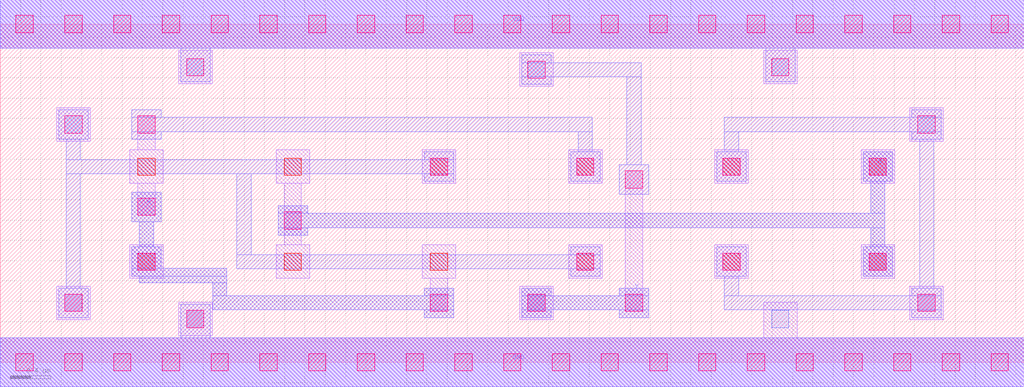
<source format=lef>
MACRO XOR2X1
 CLASS CORE ;
 FOREIGN XOR2X1 0 0 ;
 SIZE 10.08 BY 3.33 ;
 ORIGIN 0 0 ;
 SYMMETRY X Y R90 ;
 SITE unit ;
  PIN VDD
   DIRECTION INOUT ;
   USE POWER ;
   SHAPE ABUTMENT ;
    PORT
     CLASS CORE ;
       LAYER li1 ;
        RECT 0.00000000 3.09000000 10.08000000 3.57000000 ;
       LAYER met1 ;
        RECT 0.00000000 3.09000000 10.08000000 3.57000000 ;
    END
  END VDD

  PIN GND
   DIRECTION INOUT ;
   USE POWER ;
   SHAPE ABUTMENT ;
    PORT
     CLASS CORE ;
       LAYER li1 ;
        RECT 0.00000000 -0.24000000 10.08000000 0.24000000 ;
       LAYER met1 ;
        RECT 0.00000000 -0.24000000 10.08000000 0.24000000 ;
    END
  END GND

  PIN Y
   DIRECTION INOUT ;
   USE SIGNAL ;
   SHAPE ABUTMENT ;
    PORT
     CLASS CORE ;
       LAYER met1 ;
        RECT 5.13500000 0.44000000 5.42500000 0.51500000 ;
        RECT 6.09500000 0.44000000 6.38500000 0.51500000 ;
        RECT 5.13500000 0.51500000 6.38500000 0.65500000 ;
        RECT 5.13500000 0.65500000 5.42500000 0.73000000 ;
        RECT 6.09500000 0.65500000 6.38500000 0.73000000 ;
    END
  END Y

  PIN B
   DIRECTION INOUT ;
   USE SIGNAL ;
   SHAPE ABUTMENT ;
    PORT
     CLASS CORE ;
       LAYER met1 ;
        RECT 8.49500000 0.84500000 8.78500000 1.13500000 ;
        RECT 2.73500000 1.25000000 3.02500000 1.32500000 ;
        RECT 8.57000000 1.13500000 8.71000000 1.32500000 ;
        RECT 2.73500000 1.32500000 8.71000000 1.46500000 ;
        RECT 2.73500000 1.46500000 3.02500000 1.54000000 ;
        RECT 8.57000000 1.46500000 8.71000000 1.78000000 ;
        RECT 8.49500000 1.78000000 8.78500000 2.07000000 ;
    END
  END B

  PIN A
   DIRECTION INOUT ;
   USE SIGNAL ;
   SHAPE ABUTMENT ;
    PORT
     CLASS CORE ;
       LAYER met1 ;
        RECT 4.17500000 0.44000000 4.46500000 0.51500000 ;
        RECT 2.09000000 0.51500000 4.46500000 0.65500000 ;
        RECT 4.17500000 0.65500000 4.46500000 0.73000000 ;
        RECT 2.09000000 0.65500000 2.23000000 0.78500000 ;
        RECT 1.37000000 0.78500000 2.23000000 0.84500000 ;
        RECT 1.29500000 0.84500000 2.23000000 0.92500000 ;
        RECT 1.29500000 0.92500000 1.58500000 1.13500000 ;
        RECT 1.37000000 1.13500000 1.51000000 1.38500000 ;
        RECT 1.29500000 1.38500000 1.58500000 1.67500000 ;
    END
  END A

 OBS
    LAYER polycont ;
     RECT 1.35500000 0.90500000 1.52500000 1.07500000 ;
     RECT 2.79500000 0.90500000 2.96500000 1.07500000 ;
     RECT 4.23500000 0.90500000 4.40500000 1.07500000 ;
     RECT 5.67500000 0.90500000 5.84500000 1.07500000 ;
     RECT 7.11500000 0.90500000 7.28500000 1.07500000 ;
     RECT 8.55500000 0.90500000 8.72500000 1.07500000 ;
     RECT 1.35500000 1.84000000 1.52500000 2.01000000 ;
     RECT 2.79500000 1.84000000 2.96500000 2.01000000 ;
     RECT 4.23500000 1.84000000 4.40500000 2.01000000 ;
     RECT 5.67500000 1.84000000 5.84500000 2.01000000 ;
     RECT 7.11500000 1.84000000 7.28500000 2.01000000 ;
     RECT 8.55500000 1.84000000 8.72500000 2.01000000 ;

    LAYER pdiffc ;
     RECT 0.63500000 2.25500000 0.80500000 2.42500000 ;
     RECT 9.03500000 2.25500000 9.20500000 2.42500000 ;
     RECT 5.19500000 2.79500000 5.36500000 2.96500000 ;
     RECT 1.83500000 2.82000000 2.00500000 2.99000000 ;
     RECT 7.59500000 2.82000000 7.76500000 2.99000000 ;

    LAYER ndiffc ;
     RECT 1.83500000 0.34000000 2.00500000 0.51000000 ;
     RECT 7.59500000 0.34000000 7.76500000 0.51000000 ;
     RECT 0.63500000 0.50000000 0.80500000 0.67000000 ;
     RECT 5.19500000 0.50000000 5.36500000 0.67000000 ;
     RECT 9.03500000 0.50000000 9.20500000 0.67000000 ;

    LAYER li1 ;
     RECT 1.75500000 0.26000000 2.08500000 0.59000000 ;
     RECT 0.00000000 -0.24000000 10.08000000 0.24000000 ;
     RECT 7.51500000 0.24000000 7.84500000 0.59000000 ;
     RECT 0.55500000 0.42000000 0.88500000 0.75000000 ;
     RECT 5.11500000 0.42000000 5.44500000 0.75000000 ;
     RECT 8.95500000 0.42000000 9.28500000 0.75000000 ;
     RECT 1.27500000 0.82500000 1.60500000 1.15500000 ;
     RECT 4.23500000 0.50000000 4.40500000 0.82500000 ;
     RECT 4.15500000 0.82500000 4.48500000 1.15500000 ;
     RECT 5.59500000 0.82500000 5.92500000 1.15500000 ;
     RECT 7.03500000 0.82500000 7.36500000 1.15500000 ;
     RECT 8.47500000 0.82500000 8.80500000 1.15500000 ;
     RECT 6.15500000 0.50000000 6.32500000 1.88500000 ;
     RECT 2.71500000 0.82500000 3.04500000 1.15500000 ;
     RECT 2.79500000 1.15500000 2.96500000 1.76000000 ;
     RECT 2.71500000 1.76000000 3.04500000 2.09000000 ;
     RECT 4.15500000 1.76000000 4.48500000 2.09000000 ;
     RECT 5.59500000 1.76000000 5.92500000 2.09000000 ;
     RECT 7.03500000 1.76000000 7.36500000 2.09000000 ;
     RECT 8.47500000 1.76000000 8.80500000 2.09000000 ;
     RECT 1.35500000 1.44500000 1.52500000 1.76000000 ;
     RECT 1.27500000 1.76000000 1.60500000 2.09000000 ;
     RECT 1.35500000 2.09000000 1.52500000 2.42500000 ;
     RECT 0.55500000 2.17500000 0.88500000 2.50500000 ;
     RECT 8.95500000 2.17500000 9.28500000 2.50500000 ;
     RECT 5.11500000 2.71500000 5.44500000 3.04500000 ;
     RECT 1.75500000 2.74000000 2.08500000 3.07000000 ;
     RECT 7.51500000 2.74000000 7.84500000 3.07000000 ;
     RECT 0.00000000 3.09000000 10.08000000 3.57000000 ;

    LAYER viali ;
     RECT 0.15500000 -0.08500000 0.32500000 0.08500000 ;
     RECT 0.63500000 -0.08500000 0.80500000 0.08500000 ;
     RECT 1.11500000 -0.08500000 1.28500000 0.08500000 ;
     RECT 1.59500000 -0.08500000 1.76500000 0.08500000 ;
     RECT 2.07500000 -0.08500000 2.24500000 0.08500000 ;
     RECT 2.55500000 -0.08500000 2.72500000 0.08500000 ;
     RECT 3.03500000 -0.08500000 3.20500000 0.08500000 ;
     RECT 3.51500000 -0.08500000 3.68500000 0.08500000 ;
     RECT 3.99500000 -0.08500000 4.16500000 0.08500000 ;
     RECT 4.47500000 -0.08500000 4.64500000 0.08500000 ;
     RECT 4.95500000 -0.08500000 5.12500000 0.08500000 ;
     RECT 5.43500000 -0.08500000 5.60500000 0.08500000 ;
     RECT 5.91500000 -0.08500000 6.08500000 0.08500000 ;
     RECT 6.39500000 -0.08500000 6.56500000 0.08500000 ;
     RECT 6.87500000 -0.08500000 7.04500000 0.08500000 ;
     RECT 7.35500000 -0.08500000 7.52500000 0.08500000 ;
     RECT 7.83500000 -0.08500000 8.00500000 0.08500000 ;
     RECT 8.31500000 -0.08500000 8.48500000 0.08500000 ;
     RECT 8.79500000 -0.08500000 8.96500000 0.08500000 ;
     RECT 9.27500000 -0.08500000 9.44500000 0.08500000 ;
     RECT 9.75500000 -0.08500000 9.92500000 0.08500000 ;
     RECT 1.83500000 0.34000000 2.00500000 0.51000000 ;
     RECT 0.63500000 0.50000000 0.80500000 0.67000000 ;
     RECT 4.23500000 0.50000000 4.40500000 0.67000000 ;
     RECT 5.19500000 0.50000000 5.36500000 0.67000000 ;
     RECT 6.15500000 0.50000000 6.32500000 0.67000000 ;
     RECT 9.03500000 0.50000000 9.20500000 0.67000000 ;
     RECT 1.35500000 0.90500000 1.52500000 1.07500000 ;
     RECT 5.67500000 0.90500000 5.84500000 1.07500000 ;
     RECT 7.11500000 0.90500000 7.28500000 1.07500000 ;
     RECT 8.55500000 0.90500000 8.72500000 1.07500000 ;
     RECT 2.79500000 1.31000000 2.96500000 1.48000000 ;
     RECT 1.35500000 1.44500000 1.52500000 1.61500000 ;
     RECT 6.15500000 1.71500000 6.32500000 1.88500000 ;
     RECT 4.23500000 1.84000000 4.40500000 2.01000000 ;
     RECT 5.67500000 1.84000000 5.84500000 2.01000000 ;
     RECT 7.11500000 1.84000000 7.28500000 2.01000000 ;
     RECT 8.55500000 1.84000000 8.72500000 2.01000000 ;
     RECT 0.63500000 2.25500000 0.80500000 2.42500000 ;
     RECT 1.35500000 2.25500000 1.52500000 2.42500000 ;
     RECT 9.03500000 2.25500000 9.20500000 2.42500000 ;
     RECT 5.19500000 2.79500000 5.36500000 2.96500000 ;
     RECT 1.83500000 2.82000000 2.00500000 2.99000000 ;
     RECT 7.59500000 2.82000000 7.76500000 2.99000000 ;
     RECT 0.15500000 3.24500000 0.32500000 3.41500000 ;
     RECT 0.63500000 3.24500000 0.80500000 3.41500000 ;
     RECT 1.11500000 3.24500000 1.28500000 3.41500000 ;
     RECT 1.59500000 3.24500000 1.76500000 3.41500000 ;
     RECT 2.07500000 3.24500000 2.24500000 3.41500000 ;
     RECT 2.55500000 3.24500000 2.72500000 3.41500000 ;
     RECT 3.03500000 3.24500000 3.20500000 3.41500000 ;
     RECT 3.51500000 3.24500000 3.68500000 3.41500000 ;
     RECT 3.99500000 3.24500000 4.16500000 3.41500000 ;
     RECT 4.47500000 3.24500000 4.64500000 3.41500000 ;
     RECT 4.95500000 3.24500000 5.12500000 3.41500000 ;
     RECT 5.43500000 3.24500000 5.60500000 3.41500000 ;
     RECT 5.91500000 3.24500000 6.08500000 3.41500000 ;
     RECT 6.39500000 3.24500000 6.56500000 3.41500000 ;
     RECT 6.87500000 3.24500000 7.04500000 3.41500000 ;
     RECT 7.35500000 3.24500000 7.52500000 3.41500000 ;
     RECT 7.83500000 3.24500000 8.00500000 3.41500000 ;
     RECT 8.31500000 3.24500000 8.48500000 3.41500000 ;
     RECT 8.79500000 3.24500000 8.96500000 3.41500000 ;
     RECT 9.27500000 3.24500000 9.44500000 3.41500000 ;
     RECT 9.75500000 3.24500000 9.92500000 3.41500000 ;

    LAYER met1 ;
     RECT 0.00000000 -0.24000000 10.08000000 0.24000000 ;
     RECT 1.77500000 0.24000000 2.06500000 0.57000000 ;
     RECT 5.13500000 0.44000000 5.42500000 0.51500000 ;
     RECT 6.09500000 0.44000000 6.38500000 0.51500000 ;
     RECT 5.13500000 0.51500000 6.38500000 0.65500000 ;
     RECT 5.13500000 0.65500000 5.42500000 0.73000000 ;
     RECT 6.09500000 0.65500000 6.38500000 0.73000000 ;
     RECT 4.17500000 0.44000000 4.46500000 0.51500000 ;
     RECT 2.09000000 0.51500000 4.46500000 0.65500000 ;
     RECT 4.17500000 0.65500000 4.46500000 0.73000000 ;
     RECT 2.09000000 0.65500000 2.23000000 0.78500000 ;
     RECT 1.37000000 0.78500000 2.23000000 0.84500000 ;
     RECT 1.29500000 0.84500000 2.23000000 0.92500000 ;
     RECT 1.29500000 0.92500000 1.58500000 1.13500000 ;
     RECT 1.37000000 1.13500000 1.51000000 1.38500000 ;
     RECT 1.29500000 1.38500000 1.58500000 1.67500000 ;
     RECT 8.49500000 0.84500000 8.78500000 1.13500000 ;
     RECT 2.73500000 1.25000000 3.02500000 1.32500000 ;
     RECT 8.57000000 1.13500000 8.71000000 1.32500000 ;
     RECT 2.73500000 1.32500000 8.71000000 1.46500000 ;
     RECT 2.73500000 1.46500000 3.02500000 1.54000000 ;
     RECT 8.57000000 1.46500000 8.71000000 1.78000000 ;
     RECT 8.49500000 1.78000000 8.78500000 2.07000000 ;
     RECT 0.57500000 0.44000000 0.86500000 0.73000000 ;
     RECT 5.61500000 0.84500000 5.90500000 0.92000000 ;
     RECT 2.33000000 0.92000000 5.90500000 1.06000000 ;
     RECT 5.61500000 1.06000000 5.90500000 1.13500000 ;
     RECT 0.65000000 0.73000000 0.79000000 1.85500000 ;
     RECT 2.33000000 1.06000000 2.47000000 1.85500000 ;
     RECT 4.17500000 1.78000000 4.46500000 1.85500000 ;
     RECT 0.65000000 1.85500000 4.46500000 1.99500000 ;
     RECT 4.17500000 1.99500000 4.46500000 2.07000000 ;
     RECT 0.65000000 1.99500000 0.79000000 2.19500000 ;
     RECT 0.57500000 2.19500000 0.86500000 2.48500000 ;
     RECT 5.61500000 1.78000000 5.90500000 2.07000000 ;
     RECT 1.29500000 2.19500000 1.58500000 2.27000000 ;
     RECT 5.69000000 2.07000000 5.83000000 2.27000000 ;
     RECT 1.29500000 2.27000000 5.83000000 2.41000000 ;
     RECT 1.29500000 2.41000000 1.58500000 2.48500000 ;
     RECT 8.97500000 0.44000000 9.26500000 0.51500000 ;
     RECT 7.13000000 0.51500000 9.26500000 0.65500000 ;
     RECT 8.97500000 0.65500000 9.26500000 0.73000000 ;
     RECT 7.13000000 0.65500000 7.27000000 0.84500000 ;
     RECT 7.05500000 0.84500000 7.34500000 1.13500000 ;
     RECT 7.05500000 1.78000000 7.34500000 2.07000000 ;
     RECT 9.05000000 0.73000000 9.19000000 2.19500000 ;
     RECT 7.13000000 2.07000000 7.27000000 2.27000000 ;
     RECT 8.97500000 2.19500000 9.26500000 2.27000000 ;
     RECT 7.13000000 2.27000000 9.26500000 2.41000000 ;
     RECT 8.97500000 2.41000000 9.26500000 2.48500000 ;
     RECT 6.09500000 1.65500000 6.38500000 1.94500000 ;
     RECT 5.13500000 2.73500000 5.42500000 2.81000000 ;
     RECT 6.17000000 1.94500000 6.31000000 2.81000000 ;
     RECT 5.13500000 2.81000000 6.31000000 2.95000000 ;
     RECT 5.13500000 2.95000000 5.42500000 3.02500000 ;
     RECT 1.77500000 2.76000000 2.06500000 3.09000000 ;
     RECT 7.53500000 2.76000000 7.82500000 3.09000000 ;
     RECT 0.00000000 3.09000000 10.08000000 3.57000000 ;

 END
END XOR2X1

</source>
